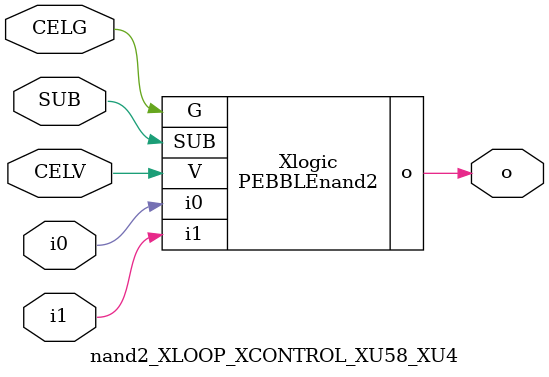
<source format=v>



module PEBBLEnand2 ( o, G, SUB, V, i0, i1 );

  input i0;
  input V;
  input i1;
  input G;
  output o;
  input SUB;
endmodule

//Celera Confidential Do Not Copy nand2_XLOOP_XCONTROL_XU58_XU4
//Celera Confidential Symbol Generator
//5V NAND2
module nand2_XLOOP_XCONTROL_XU58_XU4 (CELV,CELG,i0,i1,o,SUB);
input CELV;
input CELG;
input i0;
input i1;
input SUB;
output o;

//Celera Confidential Do Not Copy nand2
PEBBLEnand2 Xlogic(
.V (CELV),
.i0 (i0),
.i1 (i1),
.o (o),
.SUB (SUB),
.G (CELG)
);
//,diesize,PEBBLEnand2

//Celera Confidential Do Not Copy Module End
//Celera Schematic Generator
endmodule

</source>
